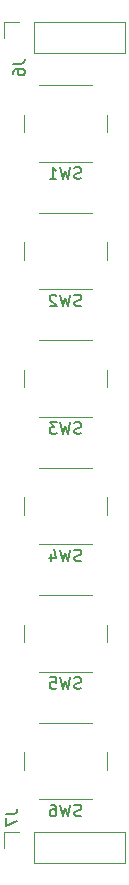
<source format=gbo>
%TF.GenerationSoftware,KiCad,Pcbnew,5.1.10-88a1d61d58~90~ubuntu20.04.1*%
%TF.CreationDate,2021-08-26T08:22:14+02:00*%
%TF.ProjectId,promprog2,70726f6d-7072-46f6-9732-2e6b69636164,rev?*%
%TF.SameCoordinates,PX42c1d80PY8677d40*%
%TF.FileFunction,Legend,Bot*%
%TF.FilePolarity,Positive*%
%FSLAX46Y46*%
G04 Gerber Fmt 4.6, Leading zero omitted, Abs format (unit mm)*
G04 Created by KiCad (PCBNEW 5.1.10-88a1d61d58~90~ubuntu20.04.1) date 2021-08-26 08:22:14*
%MOMM*%
%LPD*%
G01*
G04 APERTURE LIST*
%ADD10C,0.120000*%
%ADD11C,0.150000*%
G04 APERTURE END LIST*
D10*
%TO.C,J6*%
X153730000Y72450000D02*
X153730000Y69790000D01*
X146050000Y72450000D02*
X153730000Y72450000D01*
X146050000Y69790000D02*
X153730000Y69790000D01*
X146050000Y72450000D02*
X146050000Y69790000D01*
X144780000Y72450000D02*
X143450000Y72450000D01*
X143450000Y72450000D02*
X143450000Y71120000D01*
%TO.C,J7*%
X143450000Y3870000D02*
X143450000Y2540000D01*
X144780000Y3870000D02*
X143450000Y3870000D01*
X146050000Y3870000D02*
X146050000Y1210000D01*
X146050000Y1210000D02*
X153730000Y1210000D01*
X146050000Y3870000D02*
X153730000Y3870000D01*
X153730000Y3870000D02*
X153730000Y1210000D01*
%TO.C,SW5*%
X146415000Y23915000D02*
X150915000Y23915000D01*
X145165000Y19915000D02*
X145165000Y21415000D01*
X150915000Y17415000D02*
X146415000Y17415000D01*
X152165000Y21415000D02*
X152165000Y19915000D01*
%TO.C,SW6*%
X152165000Y10620000D02*
X152165000Y9120000D01*
X150915000Y6620000D02*
X146415000Y6620000D01*
X145165000Y9120000D02*
X145165000Y10620000D01*
X146415000Y13120000D02*
X150915000Y13120000D01*
%TO.C,SW4*%
X146415000Y34710000D02*
X150915000Y34710000D01*
X145165000Y30710000D02*
X145165000Y32210000D01*
X150915000Y28210000D02*
X146415000Y28210000D01*
X152165000Y32210000D02*
X152165000Y30710000D01*
%TO.C,SW3*%
X152165000Y43005000D02*
X152165000Y41505000D01*
X150915000Y39005000D02*
X146415000Y39005000D01*
X145165000Y41505000D02*
X145165000Y43005000D01*
X146415000Y45505000D02*
X150915000Y45505000D01*
%TO.C,SW2*%
X146415000Y56300000D02*
X150915000Y56300000D01*
X145165000Y52300000D02*
X145165000Y53800000D01*
X150915000Y49800000D02*
X146415000Y49800000D01*
X152165000Y53800000D02*
X152165000Y52300000D01*
%TO.C,SW1*%
X152165000Y64595000D02*
X152165000Y63095000D01*
X150915000Y60595000D02*
X146415000Y60595000D01*
X145165000Y63095000D02*
X145165000Y64595000D01*
X146415000Y67095000D02*
X150915000Y67095000D01*
%TO.C,J6*%
D11*
X144232380Y68913334D02*
X144946666Y68913334D01*
X145089523Y68960953D01*
X145184761Y69056191D01*
X145232380Y69199048D01*
X145232380Y69294286D01*
X144232380Y68008572D02*
X144232380Y68199048D01*
X144280000Y68294286D01*
X144327619Y68341905D01*
X144470476Y68437143D01*
X144660952Y68484762D01*
X145041904Y68484762D01*
X145137142Y68437143D01*
X145184761Y68389524D01*
X145232380Y68294286D01*
X145232380Y68103810D01*
X145184761Y68008572D01*
X145137142Y67960953D01*
X145041904Y67913334D01*
X144803809Y67913334D01*
X144708571Y67960953D01*
X144660952Y68008572D01*
X144613333Y68103810D01*
X144613333Y68294286D01*
X144660952Y68389524D01*
X144708571Y68437143D01*
X144803809Y68484762D01*
%TO.C,J7*%
X143597380Y5413334D02*
X144311666Y5413334D01*
X144454523Y5460953D01*
X144549761Y5556191D01*
X144597380Y5699048D01*
X144597380Y5794286D01*
X143597380Y5032381D02*
X143597380Y4365715D01*
X144597380Y4794286D01*
%TO.C,SW5*%
X149998333Y16010239D02*
X149855476Y15962620D01*
X149617380Y15962620D01*
X149522142Y16010239D01*
X149474523Y16057858D01*
X149426904Y16153096D01*
X149426904Y16248334D01*
X149474523Y16343572D01*
X149522142Y16391191D01*
X149617380Y16438810D01*
X149807857Y16486429D01*
X149903095Y16534048D01*
X149950714Y16581667D01*
X149998333Y16676905D01*
X149998333Y16772143D01*
X149950714Y16867381D01*
X149903095Y16915000D01*
X149807857Y16962620D01*
X149569761Y16962620D01*
X149426904Y16915000D01*
X149093571Y16962620D02*
X148855476Y15962620D01*
X148665000Y16676905D01*
X148474523Y15962620D01*
X148236428Y16962620D01*
X147379285Y16962620D02*
X147855476Y16962620D01*
X147903095Y16486429D01*
X147855476Y16534048D01*
X147760238Y16581667D01*
X147522142Y16581667D01*
X147426904Y16534048D01*
X147379285Y16486429D01*
X147331666Y16391191D01*
X147331666Y16153096D01*
X147379285Y16057858D01*
X147426904Y16010239D01*
X147522142Y15962620D01*
X147760238Y15962620D01*
X147855476Y16010239D01*
X147903095Y16057858D01*
%TO.C,SW6*%
X149998333Y5215239D02*
X149855476Y5167620D01*
X149617380Y5167620D01*
X149522142Y5215239D01*
X149474523Y5262858D01*
X149426904Y5358096D01*
X149426904Y5453334D01*
X149474523Y5548572D01*
X149522142Y5596191D01*
X149617380Y5643810D01*
X149807857Y5691429D01*
X149903095Y5739048D01*
X149950714Y5786667D01*
X149998333Y5881905D01*
X149998333Y5977143D01*
X149950714Y6072381D01*
X149903095Y6120000D01*
X149807857Y6167620D01*
X149569761Y6167620D01*
X149426904Y6120000D01*
X149093571Y6167620D02*
X148855476Y5167620D01*
X148665000Y5881905D01*
X148474523Y5167620D01*
X148236428Y6167620D01*
X147426904Y6167620D02*
X147617380Y6167620D01*
X147712619Y6120000D01*
X147760238Y6072381D01*
X147855476Y5929524D01*
X147903095Y5739048D01*
X147903095Y5358096D01*
X147855476Y5262858D01*
X147807857Y5215239D01*
X147712619Y5167620D01*
X147522142Y5167620D01*
X147426904Y5215239D01*
X147379285Y5262858D01*
X147331666Y5358096D01*
X147331666Y5596191D01*
X147379285Y5691429D01*
X147426904Y5739048D01*
X147522142Y5786667D01*
X147712619Y5786667D01*
X147807857Y5739048D01*
X147855476Y5691429D01*
X147903095Y5596191D01*
%TO.C,SW4*%
X149998333Y26805239D02*
X149855476Y26757620D01*
X149617380Y26757620D01*
X149522142Y26805239D01*
X149474523Y26852858D01*
X149426904Y26948096D01*
X149426904Y27043334D01*
X149474523Y27138572D01*
X149522142Y27186191D01*
X149617380Y27233810D01*
X149807857Y27281429D01*
X149903095Y27329048D01*
X149950714Y27376667D01*
X149998333Y27471905D01*
X149998333Y27567143D01*
X149950714Y27662381D01*
X149903095Y27710000D01*
X149807857Y27757620D01*
X149569761Y27757620D01*
X149426904Y27710000D01*
X149093571Y27757620D02*
X148855476Y26757620D01*
X148665000Y27471905D01*
X148474523Y26757620D01*
X148236428Y27757620D01*
X147426904Y27424286D02*
X147426904Y26757620D01*
X147665000Y27805239D02*
X147903095Y27090953D01*
X147284047Y27090953D01*
%TO.C,SW3*%
X149998333Y37600239D02*
X149855476Y37552620D01*
X149617380Y37552620D01*
X149522142Y37600239D01*
X149474523Y37647858D01*
X149426904Y37743096D01*
X149426904Y37838334D01*
X149474523Y37933572D01*
X149522142Y37981191D01*
X149617380Y38028810D01*
X149807857Y38076429D01*
X149903095Y38124048D01*
X149950714Y38171667D01*
X149998333Y38266905D01*
X149998333Y38362143D01*
X149950714Y38457381D01*
X149903095Y38505000D01*
X149807857Y38552620D01*
X149569761Y38552620D01*
X149426904Y38505000D01*
X149093571Y38552620D02*
X148855476Y37552620D01*
X148665000Y38266905D01*
X148474523Y37552620D01*
X148236428Y38552620D01*
X147950714Y38552620D02*
X147331666Y38552620D01*
X147665000Y38171667D01*
X147522142Y38171667D01*
X147426904Y38124048D01*
X147379285Y38076429D01*
X147331666Y37981191D01*
X147331666Y37743096D01*
X147379285Y37647858D01*
X147426904Y37600239D01*
X147522142Y37552620D01*
X147807857Y37552620D01*
X147903095Y37600239D01*
X147950714Y37647858D01*
%TO.C,SW2*%
X149998333Y48395239D02*
X149855476Y48347620D01*
X149617380Y48347620D01*
X149522142Y48395239D01*
X149474523Y48442858D01*
X149426904Y48538096D01*
X149426904Y48633334D01*
X149474523Y48728572D01*
X149522142Y48776191D01*
X149617380Y48823810D01*
X149807857Y48871429D01*
X149903095Y48919048D01*
X149950714Y48966667D01*
X149998333Y49061905D01*
X149998333Y49157143D01*
X149950714Y49252381D01*
X149903095Y49300000D01*
X149807857Y49347620D01*
X149569761Y49347620D01*
X149426904Y49300000D01*
X149093571Y49347620D02*
X148855476Y48347620D01*
X148665000Y49061905D01*
X148474523Y48347620D01*
X148236428Y49347620D01*
X147903095Y49252381D02*
X147855476Y49300000D01*
X147760238Y49347620D01*
X147522142Y49347620D01*
X147426904Y49300000D01*
X147379285Y49252381D01*
X147331666Y49157143D01*
X147331666Y49061905D01*
X147379285Y48919048D01*
X147950714Y48347620D01*
X147331666Y48347620D01*
%TO.C,SW1*%
X149998333Y59190239D02*
X149855476Y59142620D01*
X149617380Y59142620D01*
X149522142Y59190239D01*
X149474523Y59237858D01*
X149426904Y59333096D01*
X149426904Y59428334D01*
X149474523Y59523572D01*
X149522142Y59571191D01*
X149617380Y59618810D01*
X149807857Y59666429D01*
X149903095Y59714048D01*
X149950714Y59761667D01*
X149998333Y59856905D01*
X149998333Y59952143D01*
X149950714Y60047381D01*
X149903095Y60095000D01*
X149807857Y60142620D01*
X149569761Y60142620D01*
X149426904Y60095000D01*
X149093571Y60142620D02*
X148855476Y59142620D01*
X148665000Y59856905D01*
X148474523Y59142620D01*
X148236428Y60142620D01*
X147331666Y59142620D02*
X147903095Y59142620D01*
X147617380Y59142620D02*
X147617380Y60142620D01*
X147712619Y59999762D01*
X147807857Y59904524D01*
X147903095Y59856905D01*
%TD*%
M02*

</source>
